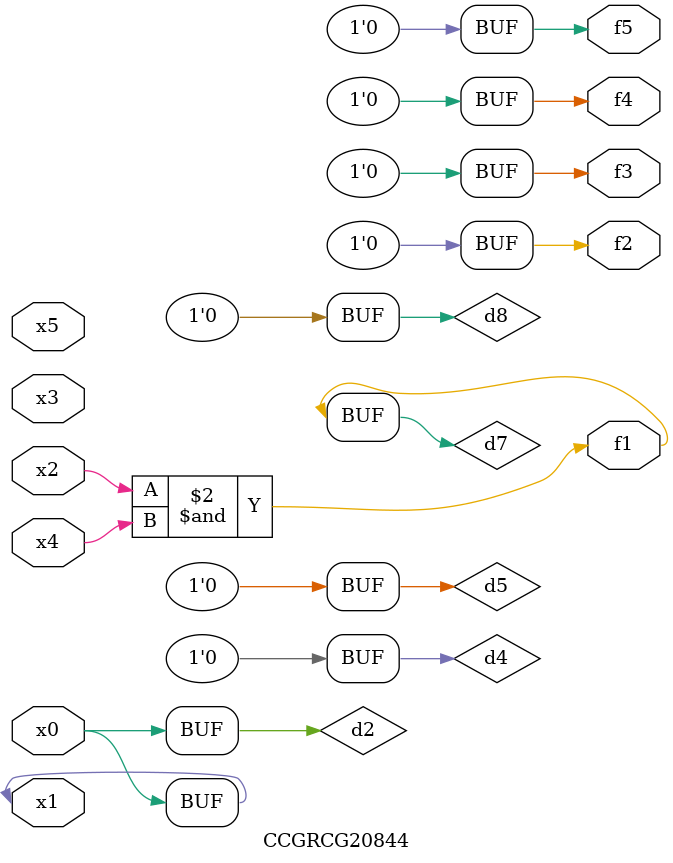
<source format=v>
module CCGRCG20844(
	input x0, x1, x2, x3, x4, x5,
	output f1, f2, f3, f4, f5
);

	wire d1, d2, d3, d4, d5, d6, d7, d8, d9;

	nand (d1, x1);
	buf (d2, x0, x1);
	nand (d3, x2, x4);
	and (d4, d1, d2);
	and (d5, d1, d2);
	nand (d6, d1, d3);
	not (d7, d3);
	xor (d8, d5);
	nor (d9, d5, d6);
	assign f1 = d7;
	assign f2 = d8;
	assign f3 = d8;
	assign f4 = d8;
	assign f5 = d8;
endmodule

</source>
